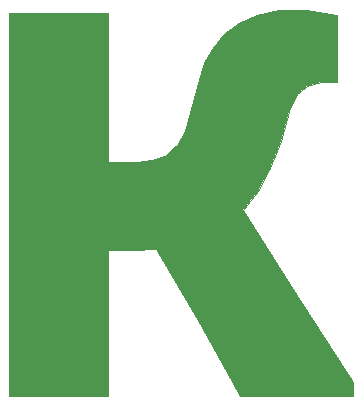
<source format=gto>
G04 #@! TF.FileFunction,Legend,Top*
%FSLAX46Y46*%
G04 Gerber Fmt 4.6, Leading zero omitted, Abs format (unit mm)*
G04 Created by KiCad (PCBNEW 4.0.0-rc2-stable) date 3/3/2016 3:45:24 PM*
%MOMM*%
G01*
G04 APERTURE LIST*
%ADD10C,0.150000*%
%ADD11C,0.025400*%
G04 APERTURE END LIST*
D10*
D11*
G36*
X79162685Y-18874672D02*
X79162685Y-24501563D01*
X77775623Y-24541210D01*
X77772699Y-24541638D01*
X76625749Y-24848989D01*
X76621071Y-24851364D01*
X75751175Y-25551813D01*
X75747622Y-25556354D01*
X75179568Y-26779155D01*
X75178895Y-26780947D01*
X74386304Y-29495863D01*
X73488432Y-31805571D01*
X72441766Y-33744344D01*
X71196709Y-35347664D01*
X71194469Y-35352180D01*
X71194162Y-35357212D01*
X71196014Y-35362253D01*
X75851714Y-42706750D01*
X75851754Y-42706813D01*
X80506390Y-49954177D01*
X80506390Y-51140860D01*
X70937423Y-51140860D01*
X67421217Y-44870143D01*
X67421142Y-44870010D01*
X63854182Y-38684612D01*
X63850847Y-38680831D01*
X63846303Y-38678646D01*
X63842726Y-38678264D01*
X61895822Y-38747858D01*
X59764094Y-38771206D01*
X59759164Y-38772260D01*
X59755033Y-38775150D01*
X59752352Y-38779419D01*
X59751533Y-38783904D01*
X59750385Y-51140860D01*
X51347200Y-51140860D01*
X51347200Y-18737554D01*
X59750384Y-18737554D01*
X59750384Y-31279303D01*
X59751385Y-31284244D01*
X59754229Y-31288406D01*
X59758468Y-31291134D01*
X59762816Y-31292000D01*
X60922866Y-31316499D01*
X60923134Y-31316502D01*
X62220135Y-31316502D01*
X62221513Y-31316427D01*
X63496365Y-31177281D01*
X63499007Y-31176703D01*
X64540150Y-30829300D01*
X64544216Y-30827046D01*
X65547622Y-29998599D01*
X65550719Y-29994826D01*
X66240118Y-28714173D01*
X66241188Y-28711494D01*
X67422387Y-24379900D01*
X67902847Y-22951874D01*
X68601909Y-21627083D01*
X69561859Y-20464968D01*
X70821709Y-19523962D01*
X72388578Y-18841635D01*
X74267192Y-18460346D01*
X76512508Y-18448112D01*
X79162685Y-18874672D01*
X79162685Y-18874672D01*
G37*
X79162685Y-18874672D02*
X79162685Y-24501563D01*
X77775623Y-24541210D01*
X77772699Y-24541638D01*
X76625749Y-24848989D01*
X76621071Y-24851364D01*
X75751175Y-25551813D01*
X75747622Y-25556354D01*
X75179568Y-26779155D01*
X75178895Y-26780947D01*
X74386304Y-29495863D01*
X73488432Y-31805571D01*
X72441766Y-33744344D01*
X71196709Y-35347664D01*
X71194469Y-35352180D01*
X71194162Y-35357212D01*
X71196014Y-35362253D01*
X75851714Y-42706750D01*
X75851754Y-42706813D01*
X80506390Y-49954177D01*
X80506390Y-51140860D01*
X70937423Y-51140860D01*
X67421217Y-44870143D01*
X67421142Y-44870010D01*
X63854182Y-38684612D01*
X63850847Y-38680831D01*
X63846303Y-38678646D01*
X63842726Y-38678264D01*
X61895822Y-38747858D01*
X59764094Y-38771206D01*
X59759164Y-38772260D01*
X59755033Y-38775150D01*
X59752352Y-38779419D01*
X59751533Y-38783904D01*
X59750385Y-51140860D01*
X51347200Y-51140860D01*
X51347200Y-18737554D01*
X59750384Y-18737554D01*
X59750384Y-31279303D01*
X59751385Y-31284244D01*
X59754229Y-31288406D01*
X59758468Y-31291134D01*
X59762816Y-31292000D01*
X60922866Y-31316499D01*
X60923134Y-31316502D01*
X62220135Y-31316502D01*
X62221513Y-31316427D01*
X63496365Y-31177281D01*
X63499007Y-31176703D01*
X64540150Y-30829300D01*
X64544216Y-30827046D01*
X65547622Y-29998599D01*
X65550719Y-29994826D01*
X66240118Y-28714173D01*
X66241188Y-28711494D01*
X67422387Y-24379900D01*
X67902847Y-22951874D01*
X68601909Y-21627083D01*
X69561859Y-20464968D01*
X70821709Y-19523962D01*
X72388578Y-18841635D01*
X74267192Y-18460346D01*
X76512508Y-18448112D01*
X79162685Y-18874672D01*
M02*

</source>
